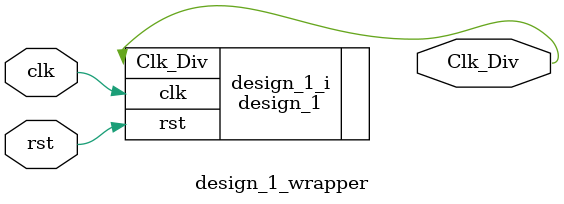
<source format=v>
`timescale 1 ps / 1 ps

module design_1_wrapper
   (Clk_Div,
    clk,
    rst);
  output Clk_Div;
  input clk;
  input rst;

  wire Clk_Div;
  wire clk;
  wire rst;

  design_1 design_1_i
       (.Clk_Div(Clk_Div),
        .clk(clk),
        .rst(rst));
endmodule

</source>
